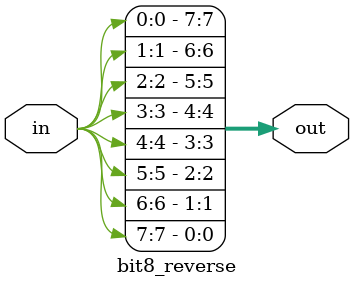
<source format=sv>
`timescale 1ns / 1ps


module bit8_reverse(
    input [7:0] in,
    output [7:0] out
    );
    
    generate
    	genvar i;
    	
    	for(i = 0;i < 8; i++) begin
    		assign out[i] = in[7 - i];
    	end
    endgenerate
endmodule

</source>
